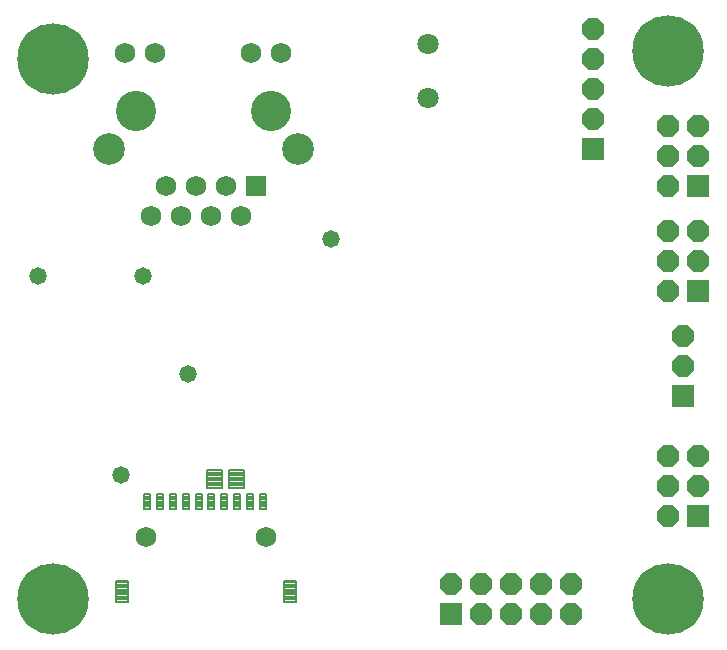
<source format=gbs>
G75*
G70*
%OFA0B0*%
%FSLAX24Y24*%
%IPPOS*%
%LPD*%
%AMOC8*
5,1,8,0,0,1.08239X$1,22.5*
%
%ADD10C,0.0710*%
%ADD11R,0.0680X0.0680*%
%ADD12C,0.0680*%
%ADD13C,0.1340*%
%ADD14C,0.1055*%
%ADD15C,0.0081*%
%ADD16C,0.0082*%
%ADD17C,0.0083*%
%ADD18C,0.2380*%
%ADD19R,0.0720X0.0720*%
%ADD20OC8,0.0720*%
%ADD21C,0.0580*%
D10*
X014895Y023510D03*
X014895Y025310D03*
D11*
X009145Y020560D03*
D12*
X008145Y020560D03*
X007145Y020560D03*
X006145Y020560D03*
X005645Y019560D03*
X006645Y019560D03*
X007645Y019560D03*
X008645Y019560D03*
X008995Y024990D03*
X009995Y024990D03*
X005795Y024990D03*
X004795Y024990D03*
X005495Y008860D03*
X009495Y008860D03*
D13*
X009645Y023060D03*
X005145Y023060D03*
D14*
X004245Y021810D03*
X010545Y021810D03*
D15*
X009495Y010310D02*
X009495Y009810D01*
X009295Y009810D01*
X009295Y010310D01*
X009495Y010310D01*
X009495Y009890D02*
X009295Y009890D01*
X009295Y009970D02*
X009495Y009970D01*
X009495Y010050D02*
X009295Y010050D01*
X009295Y010130D02*
X009495Y010130D01*
X009495Y010210D02*
X009295Y010210D01*
X009295Y010290D02*
X009495Y010290D01*
X009065Y010310D02*
X009065Y009810D01*
X008865Y009810D01*
X008865Y010310D01*
X009065Y010310D01*
X009065Y009890D02*
X008865Y009890D01*
X008865Y009970D02*
X009065Y009970D01*
X009065Y010050D02*
X008865Y010050D01*
X008865Y010130D02*
X009065Y010130D01*
X009065Y010210D02*
X008865Y010210D01*
X008865Y010290D02*
X009065Y010290D01*
X008635Y010310D02*
X008635Y009810D01*
X008435Y009810D01*
X008435Y010310D01*
X008635Y010310D01*
X008635Y009890D02*
X008435Y009890D01*
X008435Y009970D02*
X008635Y009970D01*
X008635Y010050D02*
X008435Y010050D01*
X008435Y010130D02*
X008635Y010130D01*
X008635Y010210D02*
X008435Y010210D01*
X008435Y010290D02*
X008635Y010290D01*
X008205Y010310D02*
X008205Y009810D01*
X008005Y009810D01*
X008005Y010310D01*
X008205Y010310D01*
X008205Y009890D02*
X008005Y009890D01*
X008005Y009970D02*
X008205Y009970D01*
X008205Y010050D02*
X008005Y010050D01*
X008005Y010130D02*
X008205Y010130D01*
X008205Y010210D02*
X008005Y010210D01*
X008005Y010290D02*
X008205Y010290D01*
X007775Y010310D02*
X007775Y009810D01*
X007575Y009810D01*
X007575Y010310D01*
X007775Y010310D01*
X007775Y009890D02*
X007575Y009890D01*
X007575Y009970D02*
X007775Y009970D01*
X007775Y010050D02*
X007575Y010050D01*
X007575Y010130D02*
X007775Y010130D01*
X007775Y010210D02*
X007575Y010210D01*
X007575Y010290D02*
X007775Y010290D01*
X007345Y010310D02*
X007345Y009810D01*
X007145Y009810D01*
X007145Y010310D01*
X007345Y010310D01*
X007345Y009890D02*
X007145Y009890D01*
X007145Y009970D02*
X007345Y009970D01*
X007345Y010050D02*
X007145Y010050D01*
X007145Y010130D02*
X007345Y010130D01*
X007345Y010210D02*
X007145Y010210D01*
X007145Y010290D02*
X007345Y010290D01*
X006915Y010310D02*
X006915Y009810D01*
X006715Y009810D01*
X006715Y010310D01*
X006915Y010310D01*
X006915Y009890D02*
X006715Y009890D01*
X006715Y009970D02*
X006915Y009970D01*
X006915Y010050D02*
X006715Y010050D01*
X006715Y010130D02*
X006915Y010130D01*
X006915Y010210D02*
X006715Y010210D01*
X006715Y010290D02*
X006915Y010290D01*
X006485Y010310D02*
X006485Y009810D01*
X006285Y009810D01*
X006285Y010310D01*
X006485Y010310D01*
X006485Y009890D02*
X006285Y009890D01*
X006285Y009970D02*
X006485Y009970D01*
X006485Y010050D02*
X006285Y010050D01*
X006285Y010130D02*
X006485Y010130D01*
X006485Y010210D02*
X006285Y010210D01*
X006285Y010290D02*
X006485Y010290D01*
X006055Y010310D02*
X006055Y009810D01*
X005855Y009810D01*
X005855Y010310D01*
X006055Y010310D01*
X006055Y009890D02*
X005855Y009890D01*
X005855Y009970D02*
X006055Y009970D01*
X006055Y010050D02*
X005855Y010050D01*
X005855Y010130D02*
X006055Y010130D01*
X006055Y010210D02*
X005855Y010210D01*
X005855Y010290D02*
X006055Y010290D01*
X005625Y010310D02*
X005625Y009810D01*
X005425Y009810D01*
X005425Y010310D01*
X005625Y010310D01*
X005625Y009890D02*
X005425Y009890D01*
X005425Y009970D02*
X005625Y009970D01*
X005625Y010050D02*
X005425Y010050D01*
X005425Y010130D02*
X005625Y010130D01*
X005625Y010210D02*
X005425Y010210D01*
X005425Y010290D02*
X005625Y010290D01*
D16*
X004894Y007409D02*
X004894Y006711D01*
X004496Y006711D01*
X004496Y007409D01*
X004894Y007409D01*
X004894Y006792D02*
X004496Y006792D01*
X004496Y006873D02*
X004894Y006873D01*
X004894Y006954D02*
X004496Y006954D01*
X004496Y007035D02*
X004894Y007035D01*
X004894Y007116D02*
X004496Y007116D01*
X004496Y007197D02*
X004894Y007197D01*
X004894Y007278D02*
X004496Y007278D01*
X004496Y007359D02*
X004894Y007359D01*
X010494Y007409D02*
X010494Y006711D01*
X010096Y006711D01*
X010096Y007409D01*
X010494Y007409D01*
X010494Y006792D02*
X010096Y006792D01*
X010096Y006873D02*
X010494Y006873D01*
X010494Y006954D02*
X010096Y006954D01*
X010096Y007035D02*
X010494Y007035D01*
X010494Y007116D02*
X010096Y007116D01*
X010096Y007197D02*
X010494Y007197D01*
X010494Y007278D02*
X010096Y007278D01*
X010096Y007359D02*
X010494Y007359D01*
D17*
X008774Y010516D02*
X008264Y010516D01*
X008264Y011104D01*
X008774Y011104D01*
X008774Y010516D01*
X008774Y010598D02*
X008264Y010598D01*
X008264Y010680D02*
X008774Y010680D01*
X008774Y010762D02*
X008264Y010762D01*
X008264Y010844D02*
X008774Y010844D01*
X008774Y010926D02*
X008264Y010926D01*
X008264Y011008D02*
X008774Y011008D01*
X008774Y011090D02*
X008264Y011090D01*
X008026Y010516D02*
X007516Y010516D01*
X007516Y011104D01*
X008026Y011104D01*
X008026Y010516D01*
X008026Y010598D02*
X007516Y010598D01*
X007516Y010680D02*
X008026Y010680D01*
X008026Y010762D02*
X007516Y010762D01*
X007516Y010844D02*
X008026Y010844D01*
X008026Y010926D02*
X007516Y010926D01*
X007516Y011008D02*
X008026Y011008D01*
X008026Y011090D02*
X007516Y011090D01*
D18*
X002395Y006810D03*
X022895Y006810D03*
X002395Y024810D03*
X022895Y025060D03*
D19*
X020395Y021810D03*
X023895Y020560D03*
X023895Y017060D03*
X023395Y013560D03*
X023895Y009560D03*
X015645Y006310D03*
D20*
X016645Y006310D03*
X016645Y007310D03*
X015645Y007310D03*
X017645Y007310D03*
X018645Y007310D03*
X019645Y007310D03*
X019645Y006310D03*
X018645Y006310D03*
X017645Y006310D03*
X022895Y009560D03*
X022895Y010560D03*
X023895Y010560D03*
X023895Y011560D03*
X022895Y011560D03*
X023395Y014560D03*
X023395Y015560D03*
X022895Y017060D03*
X022895Y018060D03*
X023895Y018060D03*
X023895Y019060D03*
X022895Y019060D03*
X022895Y020560D03*
X022895Y021560D03*
X023895Y021560D03*
X023895Y022560D03*
X022895Y022560D03*
X020395Y022810D03*
X020395Y023810D03*
X020395Y024810D03*
X020395Y025810D03*
D21*
X011645Y018810D03*
X005395Y017560D03*
X001895Y017560D03*
X006895Y014310D03*
X004645Y010935D03*
M02*

</source>
